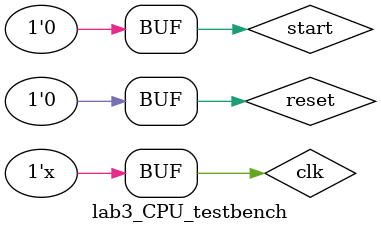
<source format=v>
`timescale 1ns / 1ps

module lab3_CPU_testbench();
    reg clk; 
    reg start;
    reg reset;
    // Wiring for Program Counter:
    wire [31:0] PrgmCount; //Current Program Count
    wire [31:0] PC_NEXT; //Next Program Count
    // Wiring for IM:
    wire [31:0] INSTR; //Instruction
    // Wiring for IF/ID Register
    wire [5:0] OPCODE;
    wire [4:0] RS;
    wire [4:0] RT;
    wire [4:0] RD;
    wire [4:0] SHAMT;
    wire [5:0] FUNC;
    wire [15:0] IMM;
    // Wiring for Sign/Bit Extender
    wire [31:0] SE_IMM;
    // Wiring for Control Unit
    wire REGRT; //Selector bit for Mux
    wire WREG; //wreg
    wire M2REG; //m2reg
    wire WMEM; //wmem
    wire [3:0] ALU_CTRL; //aluc
    wire [1:0] ALU_OP; //ALU Op
    wire ALU_IMM;
    // Wiring for RD_RT Mux
    wire [4:0] C_SEL; //Output of Mux
    // Wiring for RegFile
    wire [31:0] QA;
    wire [31:0] QB;
    // Wiring for ID/EXE Register
    wire EWREG; //wreg out
    wire EM2REG; //m2reg out
    wire EWMEM; //wmem out
    wire [3:0] EALUC; //alu control out
    wire EALUIMM; //alu immediate selector
    wire [4:0] RD_RT_SEL; //selected target or dest.
    wire [31:0] QA_OUT; //reg qa
    wire [31:0] QB_OUT; //reg qb
    wire [31:0] SE_IMM_OUT; //Sign-Extended Immediate/Address
    // Wiring for ALU MUX and ALU
    wire [31:0] B_IN; //Selected data for B input to ALU
    wire [31:0] R; //ALU Output
    // Wiring for EXE/MEM Register ///////////////////////////////////////////////////
    wire MWREG; //Output of ewreg from reg
    wire MM2REG; //Output of em2reg from reg
    wire MWMEM; //Output of ewmem from reg
    wire [4:0] RD_RT_SEL_2; //Output of RD_RT_SEL from reg
    wire [31:0] ALU_RESULT; //R out from reg, Result of ALU
    wire [31:0] QB_Reg; //QB_Out from reg, from reg file
    // Wiring for Data Memory
    wire [31:0] DO; //Output from DataMemory
    // Wiring for MEM/WB Register ////////////////////////////////////////////////////
    wire WWREG; //Output of mwreg 
    wire WM2REG; //Output of mm2reg
    wire [4:0] RD_RT_SEL_3; //Output of selector bit
    wire [31:0] ALU_RESULT_2_MUX; //Output of alu result to mux
    wire [31:0] DO_OUT;
    // Wiring for WB Mux /////////////////////////////////////////////////////////////
    wire [31:0] D; //Output of WB Mux
    // Wiring for FWD Muxes //////////////////////////////////////////////////////////
    wire [1:0] FWDB; //Output of FWDB from CU
    wire [1:0] FWDA; //Output of FWDA from CU
    wire [31:0] FWDB_OUT; //Output of FWDB Mux
    wire [31:0] FWDA_OUT; //Output of FWDA Mux
    
// Call PC_Reg ///////////////////////////////////////////////////////////////////////
PC_reg PC_reg_uut
(
.clk(clk),
.reset(reset),
.PC(PrgmCount),
.NPC(PC_NEXT),
.start(start)
);

// Call Add 4 ////////////////////////////////////////////////////////////////////////
PC_Add4 PC_Add4_uut
(
.PC_IN(PrgmCount),
.PC_OUT(PC_NEXT)
);

// Call Instruction Memory ///////////////////////////////////////////////////////////
IM IM_uut
(
.ADDR(PrgmCount),
.reset(reset),
.INSTR(INSTR)
);

// Call IF/ID Register ///////////////////////////////////////////////////////////////
IF_ID_Reg IF_ID_uut
(
.clk(clk),
.reset(reset),
.INSTR_IN(INSTR),
.OPCODE_OUT(OPCODE),
.RS_OUT(RS),
.RT_OUT(RT),
.RD_OUT(RD),
.SHAMT_OUT(SHAMT),
.FUNC_OUT(FUNC),
.IMM_OUT(IMM)
);

// Call Sign Extender ////////////////////////////////////////////////////////////////
SignExt SignExt_uut
(
.Immediate(IMM),
.SignExt_IMM(SE_IMM)
);

// Call Control Unit /////////////////////////////////////////////////////////////////
Control_Unit CU_uut
(
.clk(clk),
.reset(reset),
//
.rs(RS), //Added for Final
.rt(RT),
.mrn(RD_RT_SEL_2),
.mm2reg(MM2REG),
.mwreg(MWREG),
.ern(RD_RT_SEL),
.em2reg(EM2REG),
.ewreg(EWREG),
.fwda(FWDA),
.fwdb(FWDB),
//
.opcode(OPCODE),
.funct(FUNC),
.RegDst_OUT(REGRT),
.WriteReg_OUT(WREG),
.Mem2Reg_OUT(M2REG),
.WriteMem_OUT(WMEM),
.ALU_Ctrl_OUT(ALU_CTRL),
.ALU_Op_OUT(ALU_OP),
.ALU_Src(ALU_IMM)
);

// Call RD_RT MUX ////////////////////////////////////////////////////////////////////
RD_RT_MUX RD_RT_MUX_uut
(
.RD_A(RD),
.RT_B(RT),
.select(REGRT),
.C(C_SEL)
);

// Call Register File ////////////////////////////////////////////////////////////////
RegisterFile RegFile_uut
(
.reset(reset),
.clk(clk),
.rs(RS),
.rt(RT),
.rd(RD_RT_SEL_3),
.New_Data(D),
.Write_Enable(WWREG),
.qa(QA),
.qb(QB)
);

// Call ID/EXE Register //////////////////////////////////////////////////////////////
ID_EXE_Reg ID_EXE_uut
(
.clk(clk),
.reset(reset),
.wreg_IN(WREG),
.ewreg(EWREG),
.m2reg_IN(M2REG),
.em2reg(EM2REG),
.wmem_IN(WMEM),
.ewmem(EWMEM),
.aluc_IN(ALU_CTRL),
.ealuc(EALUC),
.aluimm_IN(ALU_IMM),
.ealuimm(EALUIMM),
.RD_RT_SEL_IN(C_SEL),
.RD_RT_SEL_OUT(RD_RT_SEL),
.qa_IN(FWDA_OUT),
.qa_OUT(QA_OUT),
.qb_IN(FWDB_OUT),
.qb_OUT(QB_OUT),
.se_imm_IN(SE_IMM),
.se_imm_OUT(SE_IMM_OUT)
);

// Call ALU Multiplexer ///////////////////////////////////////////////////
ALU_MUX ALU_MUX_uut
(
.qb_in(QB_OUT),
.imm_in(SE_IMM_OUT),
.selector(EALUIMM),
.B_out(B_IN)
);

// Call ALU ////////////////////////////////////////////////////////////////
ALU ALU_uut
(
.clk(clk),
.ctrl(EALUC),
.A(QA_OUT),
.B(B_IN),
.result(R)
);

// Call EXE/MEM Register ////////////////////////////////////////////////////
EXE_MEM_Reg EXE_MEM_uut
(
.clk(clk),
.reset(reset),
.ewreg(EWREG), //Input
.mwreg(MWREG), //Output
.em2reg(EM2REG),
.mm2reg(MM2REG),
.ewmem(EWMEM),
.mwmem(MWMEM),
.RD_RT_SEL_IN_2(RD_RT_SEL),
.RD_RT_SEL_OUT_2(RD_RT_SEL_2),
.R(R),
.R_OUT(ALU_RESULT),
.qb_IN(QB_OUT),
.qb_OUT(QB_Reg)
);

// Call Data Memory //////////////////////////////////////////////////////////////////
DataMemory DataMemory_uut
(
.clk(clk),
.reset(reset),
.we(MWMEM),
.a(ALU_RESULT),
.di(QB_Reg),
.do(DO)
);

// Call MEM/WB Register //////////////////////////////////////////////////////////////
MEM_WB_Reg MEM_WB_uut
(
.clk(clk),
.reset(reset),
.mwreg(MWREG),
.wwreg(WWREG),
.mm2reg(MM2REG),
.wm2reg(WM2REG),
.rd_rt_sel_in(RD_RT_SEL_2),
.rd_rt_sel_out(RD_RT_SEL_3),
.alu_result(ALU_RESULT),
.alu_result_out(ALU_RESULT_2_MUX),
.do(DO),
.do_out(DO_OUT)
);

// Call WB Mux ///////////////////////////////////////////////////////////////////////
WB_MUX WB_MUX_uut
(
.do(DO_OUT),
.alu_result(ALU_RESULT_2_MUX),
.wm2reg(WM2REG),
.d_sel(D)
);

// Call FWDA Mux /////////////////////////////////////////////////////////////////////
FWD_MUX FWDA_Mux
(
.SEL(FWDA),     //Selector Bits
.a(QA),         //Opt 0
.b(R),          //Opt 1
.c(ALU_RESULT), //Opt 2
.d(DO),         //Opt 3
.out(FWDA_OUT)  //Out
);

// Call FWDB Mux /////////////////////////////////////////////////////////////////////
FWD_MUX FWDB_Mux
(
.SEL(FWDB),
.a(QB),
.b(R),
.c(ALU_RESULT),
.d(DO),
.out(FWDB_OUT)
);

// Set Initial Conditions ////////////////////////////////////////////////////////////
initial begin
    clk = 1;
    reset = 0;
    start = 0;
    #5 start = 1;
    reset = 1;
    #10 start = 0;
    reset = 0;
end

always #5 clk = ~clk;
endmodule
</source>
